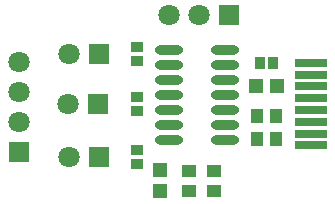
<source format=gts>
G04*
G04 #@! TF.GenerationSoftware,Altium Limited,Altium Designer,22.6.1 (34)*
G04*
G04 Layer_Color=8388736*
%FSLAX25Y25*%
%MOIN*%
G70*
G04*
G04 #@! TF.SameCoordinates,6A0AF7E6-2655-45A2-AC58-E928B373DE11*
G04*
G04*
G04 #@! TF.FilePolarity,Negative*
G04*
G01*
G75*
%ADD13R,0.10642X0.03162*%
%ADD14R,0.03556X0.04147*%
%ADD15R,0.05131X0.05131*%
%ADD16R,0.04343X0.04737*%
%ADD17O,0.09461X0.03162*%
%ADD18R,0.04147X0.03556*%
%ADD19R,0.05131X0.05131*%
%ADD20R,0.05118X0.04331*%
%ADD21R,0.07099X0.07099*%
%ADD22C,0.07099*%
%ADD23R,0.07099X0.07099*%
D13*
X481299Y354331D02*
D03*
Y358268D02*
D03*
Y362205D02*
D03*
Y366142D02*
D03*
Y370079D02*
D03*
Y374016D02*
D03*
Y377953D02*
D03*
Y381890D02*
D03*
D14*
X468799D02*
D03*
X464272D02*
D03*
D15*
X470079Y374016D02*
D03*
X462992D02*
D03*
D16*
X469685Y364173D02*
D03*
X463386D02*
D03*
Y356299D02*
D03*
X469685D02*
D03*
D17*
X452756Y356142D02*
D03*
Y361142D02*
D03*
Y366142D02*
D03*
X452756Y371142D02*
D03*
X452756Y376142D02*
D03*
Y381142D02*
D03*
Y386142D02*
D03*
X433858Y356142D02*
D03*
Y361142D02*
D03*
Y366142D02*
D03*
X433858Y371142D02*
D03*
X433858Y376142D02*
D03*
Y381142D02*
D03*
Y386142D02*
D03*
D18*
X423228Y382579D02*
D03*
Y387106D02*
D03*
X423150Y365846D02*
D03*
Y370374D02*
D03*
X423228Y348130D02*
D03*
Y352658D02*
D03*
D19*
X431102Y338976D02*
D03*
Y346063D02*
D03*
D20*
X440748Y345768D02*
D03*
X449016D02*
D03*
Y339272D02*
D03*
X440748D02*
D03*
D21*
X453898Y397638D02*
D03*
X410512Y350394D02*
D03*
X410433Y368110D02*
D03*
X410512Y384842D02*
D03*
D22*
X443898Y397638D02*
D03*
X433898D02*
D03*
X400512Y350394D02*
D03*
X400433Y368110D02*
D03*
X400512Y384842D02*
D03*
X383858Y382047D02*
D03*
Y372047D02*
D03*
Y362047D02*
D03*
D23*
Y352047D02*
D03*
M02*

</source>
